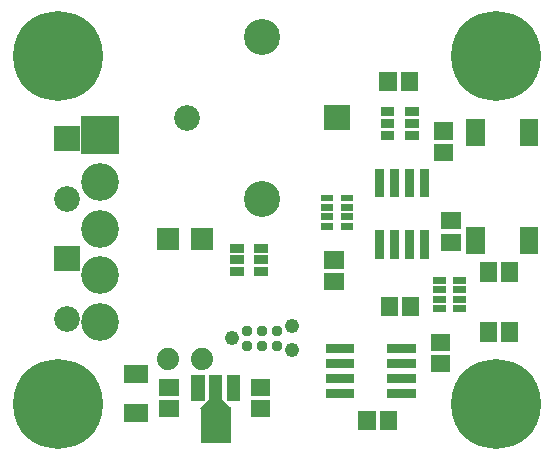
<source format=gbr>
G04 start of page 7 for group -4063 idx -4063 *
G04 Title: (unknown), componentmask *
G04 Creator: pcb 20140316 *
G04 CreationDate: Wed 15 Apr 2020 03:26:38 PM GMT UTC *
G04 For: railfan *
G04 Format: Gerber/RS-274X *
G04 PCB-Dimensions (mil): 1800.00 1500.00 *
G04 PCB-Coordinate-Origin: lower left *
%MOIN*%
%FSLAX25Y25*%
%LNTOPMASK*%
%ADD71C,0.0370*%
%ADD70R,0.0610X0.0610*%
%ADD69R,0.1005X0.1005*%
%ADD68R,0.0438X0.0438*%
%ADD67R,0.0572X0.0572*%
%ADD66R,0.0227X0.0227*%
%ADD65R,0.0300X0.0300*%
%ADD64C,0.0490*%
%ADD63C,0.0740*%
%ADD62C,0.1200*%
%ADD61C,0.1260*%
%ADD60C,0.0001*%
%ADD59C,0.2997*%
%ADD58C,0.0860*%
G54D58*X60000Y112500D03*
G54D59*X17000Y133000D03*
G54D60*G36*
X24700Y113000D02*Y100400D01*
X37300D01*
Y113000D01*
X24700D01*
G37*
G54D61*X31000Y91100D03*
G54D60*G36*
X15700Y109800D02*Y101200D01*
X24300D01*
Y109800D01*
X15700D01*
G37*
G36*
X105700Y116800D02*Y108200D01*
X114300D01*
Y116800D01*
X105700D01*
G37*
G54D62*X85000Y85500D03*
Y139500D03*
G54D59*X163000Y133000D03*
X17000Y17000D03*
G54D61*X31000Y75500D03*
Y59900D03*
Y44300D03*
G54D60*G36*
X15700Y69800D02*Y61200D01*
X24300D01*
Y69800D01*
X15700D01*
G37*
G54D58*X20000Y45500D03*
Y85500D03*
G54D60*G36*
X49800Y75700D02*Y68300D01*
X57200D01*
Y75700D01*
X49800D01*
G37*
G36*
X61300D02*Y68300D01*
X68700D01*
Y75700D01*
X61300D01*
G37*
G54D63*X53500Y32000D03*
G54D59*X163000Y17000D03*
G54D63*X65000Y32000D03*
G54D64*X75000Y39000D03*
X95000Y43000D03*
Y35000D03*
G54D65*X75700Y69000D02*X77300D01*
X75700Y65100D02*X77300D01*
X75700Y61200D02*X77300D01*
X83900D02*X85500D01*
X83900Y65100D02*X85500D01*
X83900Y69000D02*X85500D01*
G54D66*X105717Y85724D02*X107587D01*
X112413D02*X114283D01*
X105717Y82575D02*X107587D01*
X105717Y79425D02*X107587D01*
X105717Y76276D02*X107587D01*
X112413D02*X114283D01*
X112413Y79425D02*X114283D01*
X112413Y82575D02*X114283D01*
G54D67*X108607Y57957D02*X109393D01*
X108607Y65043D02*X109393D01*
G54D68*X63594Y24405D02*Y20311D01*
G54D67*X53607Y22543D02*X54393D01*
G54D68*X75406Y24405D02*Y20311D01*
X69500Y24405D02*Y12595D01*
G54D69*Y10861D02*Y8971D01*
G54D60*G36*
X71385Y18850D02*X74649Y15586D01*
X72805Y13742D01*
X69541Y17006D01*
X71385Y18850D01*
G37*
G36*
X64351Y15586D02*X67615Y18850D01*
X69459Y17006D01*
X66195Y13742D01*
X64351Y15586D01*
G37*
G54D67*X53607Y15457D02*X54393D01*
G54D70*X42000Y14000D02*X44000D01*
X42000Y27000D02*X44000D01*
G54D65*X139000Y94000D02*Y87500D01*
G54D67*X147607Y78086D02*X148393D01*
X145107Y100957D02*X145893D01*
X145107Y108043D02*X145893D01*
G54D65*X134000Y94000D02*Y87500D01*
X129000Y94000D02*Y87500D01*
X124000Y94000D02*Y87500D01*
Y73500D02*Y67000D01*
X129000Y73500D02*Y67000D01*
X134000Y73500D02*Y67000D01*
G54D67*X134043Y124893D02*Y124107D01*
X126957Y124893D02*Y124107D01*
G54D65*X126000Y114400D02*X127600D01*
X134200D02*X135800D01*
X126000Y110500D02*X127600D01*
X126000Y106600D02*X127600D01*
X134200D02*X135800D01*
X134200Y110500D02*X135800D01*
G54D70*X156100Y108850D02*Y106050D01*
X173900Y108850D02*Y106050D01*
G54D65*X139000Y73500D02*Y67000D01*
G54D67*X147607Y71000D02*X148393D01*
G54D70*X156100Y72950D02*Y70150D01*
X173900Y72950D02*Y70150D01*
G54D66*X149913Y48776D02*X151783D01*
X149913Y51925D02*X151783D01*
X149913Y55075D02*X151783D01*
X149913Y58224D02*X151783D01*
X143217D02*X145087D01*
X143217Y55075D02*X145087D01*
X143217Y51925D02*X145087D01*
X143217Y48776D02*X145087D01*
G54D67*X144107Y30457D02*X144893D01*
X144107Y37543D02*X144893D01*
X167543Y61393D02*Y60607D01*
Y41393D02*Y40607D01*
X160457Y61393D02*Y60607D01*
Y41393D02*Y40607D01*
G54D65*X128200Y20500D02*X134700D01*
X128200Y25500D02*X134700D01*
X128200Y30500D02*X134700D01*
X128200Y35500D02*X134700D01*
X107700D02*X114200D01*
X107700Y30500D02*X114200D01*
X107700Y25500D02*X114200D01*
X107700Y20500D02*X114200D01*
G54D67*X119957Y11893D02*Y11107D01*
X127043Y11893D02*Y11107D01*
X127457Y49893D02*Y49107D01*
X134543Y49893D02*Y49107D01*
X84107Y22543D02*X84893D01*
X84107Y15457D02*X84893D01*
G54D71*X80000Y36500D03*
Y41500D03*
X85000Y36500D03*
Y41500D03*
X90000Y36500D03*
Y41500D03*
M02*

</source>
